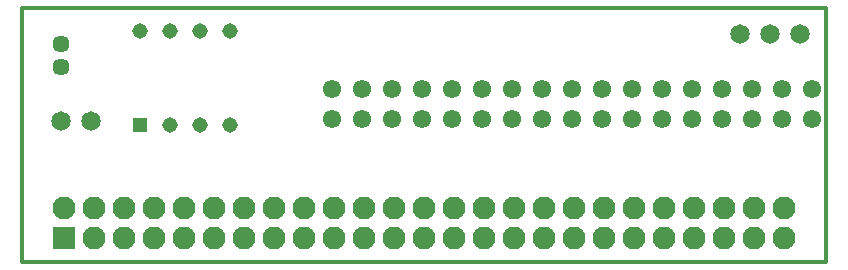
<source format=gbr>
G04 DesignSpark PCB Gerber Version 11.0 Build 5877*
%FSLAX35Y35*%
%MOIN*%
%ADD114R,0.05163X0.05163*%
%ADD111R,0.07687X0.07687*%
%ADD10C,0.01200*%
%ADD115C,0.05163*%
%ADD113C,0.05718*%
%ADD110C,0.06100*%
%ADD116C,0.06516*%
%ADD112C,0.07687*%
X0Y0D02*
D02*
D10*
X1083Y600D02*
X269075D01*
Y85314D01*
X1083D01*
Y600D01*
D02*
D110*
X104317Y48022D03*
Y58022D03*
X114317Y48022D03*
Y58022D03*
X124317Y48022D03*
Y58022D03*
X134317Y48022D03*
Y58022D03*
X144317Y48022D03*
Y58022D03*
X154317Y48022D03*
Y58022D03*
X164317Y48022D03*
Y58022D03*
X174317Y48022D03*
Y58022D03*
X184317Y48022D03*
Y58022D03*
X194317Y48022D03*
Y58022D03*
X204317Y48022D03*
Y58022D03*
X214317Y48022D03*
Y58022D03*
X224317Y48022D03*
Y58022D03*
X234317Y48022D03*
Y58022D03*
X244317Y48022D03*
Y58022D03*
X254317Y48022D03*
Y58022D03*
X264317Y48022D03*
Y58022D03*
D02*
D111*
X15079Y8415D03*
D02*
D112*
Y18415D03*
X25079Y8415D03*
Y18415D03*
X35079Y8415D03*
Y18415D03*
X45079Y8415D03*
Y18415D03*
X55079Y8415D03*
Y18415D03*
X65079Y8415D03*
Y18415D03*
X75079Y8415D03*
Y18415D03*
X85079Y8415D03*
Y18415D03*
X95079Y8415D03*
Y18415D03*
X105079Y8415D03*
Y18415D03*
X115079Y8415D03*
Y18415D03*
X125079Y8415D03*
Y18415D03*
X135079Y8415D03*
Y18415D03*
X145079Y8415D03*
Y18415D03*
X155079Y8415D03*
Y18415D03*
X165079Y8415D03*
Y18415D03*
X175079Y8415D03*
Y18415D03*
X185079Y8415D03*
Y18415D03*
X195079Y8415D03*
Y18415D03*
X205079Y8415D03*
Y18415D03*
X215079Y8415D03*
Y18415D03*
X225079Y8415D03*
Y18415D03*
X235079Y8415D03*
Y18415D03*
X245079Y8415D03*
Y18415D03*
X255079Y8415D03*
Y18415D03*
D02*
D113*
X14141Y65435D03*
Y73309D03*
D02*
D114*
X40404Y46243D03*
D02*
D115*
Y77495D03*
X50404Y46243D03*
Y77495D03*
X60404Y46243D03*
Y77495D03*
X70404Y46243D03*
Y77495D03*
D02*
D116*
X14141Y47490D03*
X24141D03*
X240469Y76561D03*
X250469D03*
X260469D03*
X0Y0D02*
M02*

</source>
